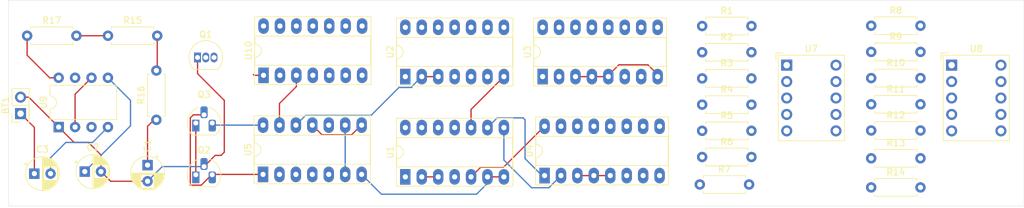
<source format=kicad_pcb>
(kicad_pcb (version 20240108) (generator "pcbnew") (generator_version "8.0")
  (layers (0 "F.Cu" signal) (31 "B.Cu" signal) (34 "B.Paste" user) (35 "F.Paste" user) (36 "B.SilkS" user "B.Silkscreen") (37 "F.SilkS" user "F.Silkscreen") (38 "B.Mask" user) (39 "F.Mask" user) (44 "Edge.Cuts" user))
  (net 0 "")
  (net 1 "Net-(C1-Pad1)")
  (net 2 "GND")
  (net 3 "Net-(U9-CV)")
  (net 4 "Net-(U9-R)")
  (net 5 "+5V")
  (net 6 "Net-(Q1-B)")
  (net 7 "Sensor Signal")
  (net 8 "Net-(Q2-G)")
  (net 9 "Net-(U4-a)")
  (net 10 "Net-(U7-A)")
  (net 11 "Net-(U7-B)")
  (net 12 "Net-(U4-b)")
  (net 13 "Net-(U7-C)")
  (net 14 "Net-(U4-c)")
  (net 15 "Net-(U7-D)")
  (net 16 "Net-(U4-d)")
  (net 17 "Net-(U4-e)")
  (net 18 "Net-(U7-E)")
  (net 19 "Net-(U4-f)")
  (net 20 "Net-(U7-F)")
  (net 21 "Net-(U4-g)")
  (net 22 "Net-(U7-G)")
  (net 23 "Net-(U8-A)")
  (net 24 "Net-(U3-a)")
  (net 25 "Net-(U3-b)")
  (net 26 "Net-(U8-B)")
  (net 27 "Net-(U8-C)")
  (net 28 "Net-(U3-c)")
  (net 29 "Net-(U3-d)")
  (net 30 "Net-(U8-D)")
  (net 31 "Net-(U8-E)")
  (net 32 "Net-(U3-e)")
  (net 33 "Net-(U8-F)")
  (net 34 "Net-(U3-f)")
  (net 35 "Net-(U8-G)")
  (net 36 "Net-(U3-g)")
  (net 37 "Net-(R15-Pad2)")
  (net 38 "Net-(R15-Pad1)")
  (net 39 "Net-(U1-R0(1))")
  (net 40 "Net-(U1-Q3)")
  (net 41 "Net-(U1-Q1)")
  (net 42 "Net-(U1-CP1..3)")
  (net 43 "Net-(U1-Q2)")
  (net 44 "Net-(U2-Q3)")
  (net 46 "Net-(U5-Pad4)")
  (net 47 "Net-(U5-Pad2)")
  (net 48 "Net-(U10-Pad2)")
  (net 49 "Net-(U5-Pad11)")
  (net 50 "Net-(U5-Pad6)")
  (net 51 "Net-(U10-Pad3)")
  (net 54 "Net-(U9-THR)")
  (net 56 "Net-(U2-CP1..3)")
  (net 57 "Net-(U2-Q2)")
  (net 58 "Net-(U2-Q1)")
  (footprint "Resistor_THT:R_Axial_DIN0207_L6.3mm_D2.5mm_P7.62mm_Horizontal" (layer "F.Cu") (at 91 102.5 90)
    (property "Reference" "R16" (at 3.81 -2.37 90) (layer "F.SilkS"))
    (property "Value" "8658")
    (pad "1" thru_hole circle (at 0 0 90) (size 1.6 1.6) (drill 0.8) (layers "*.Cu" "*.Mask") (net 1 "Net-(C1-Pad1)"))
    (pad "2" thru_hole oval (at 7.62 0 90) (size 1.6 1.6) (drill 0.8) (layers "*.Cu" "*.Mask") (net 37 "Net-(R15-Pad2)"))
  )
  (footprint "Resistor_THT:R_Axial_DIN0207_L6.3mm_D2.5mm_P7.62mm_Horizontal" (layer "F.Cu") (at 201.515 87.95)
    (property "Reference" "R8" (at 3.81 -2.37 0) (layer "F.SilkS"))
    (property "Value" "220")
    (pad "1" thru_hole circle (at 0 0) (size 1.6 1.6) (drill 0.8) (layers "*.Cu" "*.Mask") (net 23 "Net-(U8-A)"))
    (pad "2" thru_hole oval (at 7.62 0) (size 1.6 1.6) (drill 0.8) (layers "*.Cu" "*.Mask") (net 24 "Net-(U3-a)"))
  )
  (footprint "Resistor_THT:R_Axial_DIN0207_L6.3mm_D2.5mm_P7.62mm_Horizontal" (layer "F.Cu") (at 201.515 92)
    (property "Reference" "R9" (at 3.81 -2.37 0) (layer "F.SilkS"))
    (property "Value" "220")
    (pad "1" thru_hole circle (at 0 0) (size 1.6 1.6) (drill 0.8) (layers "*.Cu" "*.Mask") (net 25 "Net-(U3-b)"))
    (pad "2" thru_hole oval (at 7.62 0) (size 1.6 1.6) (drill 0.8) (layers "*.Cu" "*.Mask") (net 26 "Net-(U8-B)"))
  )
  (footprint "Package_DIP:DIP-14_W7.62mm_Socket_LongPads" (layer "F.Cu") (at 129.49 111.32 90)
    (property "Reference" "U1" (at 3.81 -2.33 90) (layer "F.SilkS"))
    (property "Value" "74LS90")
    (pad "1" thru_hole rect (at 0 0 90) (size 2.4 1.6) (drill 0.8) (layers "*.Cu" "*.Mask") (net 42 "Net-(U1-CP1..3)"))
    (pad "2" thru_hole oval (at 0 2.54 90) (size 2.4 1.6) (drill 0.8) (layers "*.Cu" "*.Mask") (net 39 "Net-(U1-R0(1))"))
    (pad "3" thru_hole oval (at 0 5.08 90) (size 2.4 1.6) (drill 0.8) (layers "*.Cu" "*.Mask") (net 39 "Net-(U1-R0(1))"))
    (pad "4" thru_hole oval (at 0 7.62 90) (size 2.4 1.6) (drill 0.8) (layers "*.Cu" "*.Mask"))
    (pad "5" thru_hole oval (at 0 10.16 90) (size 2.4 1.6) (drill 0.8) (layers "*.Cu" "*.Mask") (net 5 "+5V"))
    (pad "6" thru_hole oval (at 0 12.7 90) (size 2.4 1.6) (drill 0.8) (layers "*.Cu" "*.Mask") (net 2 "GND"))
    (pad "7" thru_hole oval (at 0 15.24 90) (size 2.4 1.6) (drill 0.8) (layers "*.Cu" "*.Mask") (net 2 "GND"))
    (pad "8" thru_hole oval (at 7.62 15.24 90) (size 2.4 1.6) (drill 0.8) (layers "*.Cu" "*.Mask") (net 43 "Net-(U1-Q2)"))
    (pad "9" thru_hole oval (at 7.62 12.7 90) (size 2.4 1.6) (drill 0.8) (layers "*.Cu" "*.Mask") (net 41 "Net-(U1-Q1)"))
    (pad "10" thru_hole oval (at 7.62 10.16 90) (size 2.4 1.6) (drill 0.8) (layers "*.Cu" "*.Mask") (net 2 "GND"))
    (pad "11" thru_hole oval (at 7.62 7.62 90) (size 2.4 1.6) (drill 0.8) (layers "*.Cu" "*.Mask") (net 40 "Net-(U1-Q3)"))
    (pad "12" thru_hole oval (at 7.62 5.08 90) (size 2.4 1.6) (drill 0.8) (layers "*.Cu" "*.Mask") (net 42 "Net-(U1-CP1..3)"))
    (pad "13" thru_hole oval (at 7.62 2.54 90) (size 2.4 1.6) (drill 0.8) (layers "*.Cu" "*.Mask"))
    (pad "14" thru_hole oval (at 7.62 0 90) (size 2.4 1.6) (drill 0.8) (layers "*.Cu" "*.Mask") (net 7 "Sensor Signal"))
  )
  (footprint "Capacitor_THT:CP_Radial_D5.0mm_P2.50mm" (layer "F.Cu") (at 72.135 110.82)
    (property "Reference" "C3" (at 1.25 -3.75 0) (layer "F.SilkS"))
    (property "Value" "10uF")
    (pad "1" thru_hole rect (at 0 0) (size 1.6 1.6) (drill 0.8) (layers "*.Cu" "*.Mask") (net 5 "+5V"))
    (pad "2" thru_hole circle (at 2.5 0) (size 1.6 1.6) (drill 0.8) (layers "*.Cu" "*.Mask") (net 4 "Net-(U9-R)"))
  )
  (footprint "Package_DIP:DIP-14_W7.62mm_Socket_LongPads" (layer "F.Cu") (at 107.49 110.94 90)
    (property "Reference" "U5" (at 3.81 -2.33 90) (layer "F.SilkS"))
    (property "Value" "74HC04")
    (pad "1" thru_hole rect (at 0 0 90) (size 2.4 1.6) (drill 0.8) (layers "*.Cu" "*.Mask") (net 6 "Net-(Q1-B)"))
    (pad "2" thru_hole oval (at 0 2.54 90) (size 2.4 1.6) (drill 0.8) (layers "*.Cu" "*.Mask") (net 47 "Net-(U5-Pad2)"))
    (pad "3" thru_hole oval (at 0 5.08 90) (size 2.4 1.6) (drill 0.8) (layers "*.Cu" "*.Mask") (net 47 "Net-(U5-Pad2)"))
    (pad "4" thru_hole oval (at 0 7.62 90) (size 2.4 1.6) (drill 0.8) (layers "*.Cu" "*.Mask") (net 46 "Net-(U5-Pad4)"))
    (pad "5" thru_hole oval (at 0 10.16 90) (size 2.4 1.6) (drill 0.8) (layers "*.Cu" "*.Mask") (net 46 "Net-(U5-Pad4)"))
    (pad "6" thru_hole oval (at 0 12.7 90) (size 2.4 1.6) (drill 0.8) (layers "*.Cu" "*.Mask") (net 50 "Net-(U5-Pad6)"))
    (pad "7" thru_hole oval (at 0 15.24 90) (size 2.4 1.6) (drill 0.8) (layers "*.Cu" "*.Mask") (net 2 "GND"))
    (pad "8" thru_hole oval (at 7.62 15.24 90) (size 2.4 1.6) (drill 0.8) (layers "*.Cu" "*.Mask") (net 49 "Net-(U5-Pad11)"))
    (pad "9" thru_hole oval (at 7.62 12.7 90) (size 2.4 1.6) (drill 0.8) (layers "*.Cu" "*.Mask") (net 50 "Net-(U5-Pad6)"))
    (pad "10" thru_hole oval (at 7.62 10.16 90) (size 2.4 1.6) (drill 0.8) (layers "*.Cu" "*.Mask") (net 48 "Net-(U10-Pad2)"))
    (pad "11" thru_hole oval (at 7.62 7.62 90) (size 2.4 1.6) (drill 0.8) (layers "*.Cu" "*.Mask") (net 49 "Net-(U5-Pad11)"))
    (pad "12" thru_hole oval (at 7.62 5.08 90) (size 2.4 1.6) (drill 0.8) (layers "*.Cu" "*.Mask") (net 39 "Net-(U1-R0(1))"))
    (pad "13" thru_hole oval (at 7.62 2.54 90) (size 2.4 1.6) (drill 0.8) (layers "*.Cu" "*.Mask") (net 51 "Net-(U10-Pad3)"))
    (pad "14" thru_hole oval (at 7.62 0 90) (size 2.4 1.6) (drill 0.8) (layers "*.Cu" "*.Mask") (net 5 "+5V"))
  )
  (footprint "Resistor_THT:R_Axial_DIN0207_L6.3mm_D2.5mm_P7.62mm_Horizontal" (layer "F.Cu") (at 83.515 89.5)
    (property "Reference" "R15" (at 3.81 -2.37 0) (layer "F.SilkS"))
    (property "Value" "1k")
    (pad "1" thru_hole circle (at 0 0) (size 1.6 1.6) (drill 0.8) (layers "*.Cu" "*.Mask") (net 38 "Net-(R15-Pad1)"))
    (pad "2" thru_hole oval (at 7.62 0) (size 1.6 1.6) (drill 0.8) (layers "*.Cu" "*.Mask") (net 37 "Net-(R15-Pad2)"))
  )
  (footprint "Resistor_THT:R_Axial_DIN0207_L6.3mm_D2.5mm_P7.62mm_Horizontal" (layer "F.Cu") (at 175.38 100.15)
    (property "Reference" "R4" (at 3.81 -2.37 0) (layer "F.SilkS"))
    (property "Value" "220")
    (pad "1" thru_hole circle (at 0 0) (size 1.6 1.6) (drill 0.8) (layers "*.Cu" "*.Mask") (net 16 "Net-(U4-d)"))
    (pad "2" thru_hole oval (at 7.62 0) (size 1.6 1.6) (drill 0.8) (layers "*.Cu" "*.Mask") (net 15 "Net-(U7-D)"))
  )
  (footprint "Package_DIP:DIP-14_W7.62mm_Socket_LongPads" (layer "F.Cu") (at 107.565 95.62 90)
    (property "Reference" "U10" (at 3.81 -2.33 90) (layer "F.SilkS"))
    (property "Value" "74HC00")
    (pad "1" thru_hole rect (at 0 0 90) (size 2.4 1.6) (drill 0.8) (layers "*.Cu" "*.Mask") (net 6 "Net-(Q1-B)"))
    (pad "2" thru_hole oval (at 0 2.54 90) (size 2.4 1.6) (drill 0.8) (layers "*.Cu" "*.Mask") (net 48 "Net-(U10-Pad2)"))
    (pad "3" thru_hole oval (at 0 5.08 90) (size 2.4 1.6) (drill 0.8) (layers "*.Cu" "*.Mask") (net 51 "Net-(U10-Pad3)"))
    (pad "4" thru_hole oval (at 0 7.62 90) (size 2.4 1.6) (drill 0.8) (layers "*.Cu" "*.Mask"))
    (pad "5" thru_hole oval (at 0 10.16 90) (size 2.4 1.6) (drill 0.8) (layers "*.Cu" "*.Mask"))
    (pad "6" thru_hole oval (at 0 12.7 90) (size 2.4 1.6) (drill 0.8) (layers "*.Cu" "*.Mask"))
    (pad "7" thru_hole oval (at 0 15.24 90) (size 2.4 1.6) (drill 0.8) (layers "*.Cu" "*.Mask") (net 2 "GND"))
    (pad "8" thru_hole oval (at 7.62 15.24 90) (size 2.4 1.6) (drill 0.8) (layers "*.Cu" "*.Mask"))
    (pad "9" thru_hole oval (at 7.62 12.7 90) (size 2.4 1.6) (drill 0.8) (layers "*.Cu" "*.Mask"))
    (pad "10" thru_hole oval (at 7.62 10.16 90) (size 2.4 1.6) (drill 0.8) (layers "*.Cu" "*.Mask"))
    (pad "11" thru_hole oval (at 7.62 7.62 90) (size 2.4 1.6) (drill 0.8) (layers "*.Cu" "*.Mask"))
    (pad "12" thru_hole oval (at 7.62 5.08 90) (size 2.4 1.6) (drill 0.8) (layers "*.Cu" "*.Mask"))
    (pad "13" thru_hole oval (at 7.62 2.54 90) (size 2.4 1.6) (drill 0.8) (layers "*.Cu" "*.Mask"))
    (pad "14" thru_hole oval (at 7.62 0 90) (size 2.4 1.6) (drill 0.8) (layers "*.Cu" "*.Mask") (net 5 "+5V"))
  )
  (footprint "Display_7Segment:Sx39-1xxxxx" (layer "F.Cu") (at 213.9525 94.0475)
    (property "Reference" "U8" (at 3.81 -2.54 0) (layer "F.SilkS"))
    (property "Value" "SC39-11EWA")
    (pad "1" thru_hole rect (at 0 0) (size 1.7 1.7) (drill 1) (layers "*.Cu" "*.Mask") (net 35 "Net-(U8-G)"))
    (pad "2" thru_hole circle (at 0 2.54) (size 1.7 1.7) (drill 1) (layers "*.Cu" "*.Mask") (net 33 "Net-(U8-F)"))
    (pad "3" thru_hole circle (at 0 5.08) (size 1.7 1.7) (drill 1) (layers "*.Cu" "*.Mask") (net 2 "GND"))
    (pad "4" thru_hole circle (at 0 7.62) (size 1.7 1.7) (drill 1) (layers "*.Cu" "*.Mask") (net 31 "Net-(U8-E)"))
    (pad "5" thru_hole circle (at 0 10.16) (size 1.7 1.7) (drill 1) (layers "*.Cu" "*.Mask") (net 30 "Net-(U8-D)"))
    (pad "6" thru_hole circle (at 7.62 10.16) (size 1.7 1.7) (drill 1) (layers "*.Cu" "*.Mask"))
    (pad "7" thru_hole circle (at 7.62 7.62) (size 1.7 1.7) (drill 1) (layers "*.Cu" "*.Mask") (net 27 "Net-(U8-C)"))
    (pad "8" thru_hole circle (at 7.62 5.08) (size 1.7 1.7) (drill 1) (layers "*.Cu" "*.Mask") (net 2 "GND"))
    (pad "9" thru_hole circle (at 7.62 2.54) (size 1.7 1.7) (drill 1) (layers "*.Cu" "*.Mask") (net 26 "Net-(U8-B)"))
    (pad "10" thru_hole circle (at 7.62 0) (size 1.7 1.7) (drill 1) (layers "*.Cu" "*.Mask") (net 23 "Net-(U8-A)"))
  )
  (footprint "Resistor_THT:R_Axial_DIN0207_L6.3mm_D2.5mm_P7.62mm_Horizontal" (layer "F.Cu") (at 201.515 100.1)
    (property "Reference" "R11" (at 3.81 -2.37 0) (layer "F.SilkS"))
    (property "Value" "220")
    (pad "1" thru_hole circle (at 0 0) (size 1.6 1.6) (drill 0.8) (layers "*.Cu" "*.Mask") (net 29 "Net-(U3-d)"))
    (pad "2" thru_hole oval (at 7.62 0) (size 1.6 1.6) (drill 0.8) (layers "*.Cu" "*.Mask") (net 30 "Net-(U8-D)"))
  )
  (footprint "Package_DIP:DIP-16_W7.62mm_Socket_LongPads" (layer "F.Cu") (at 151.015 111.12 90)
    (property "Reference" "U4" (at 3.81 -2.33 90) (layer "F.SilkS"))
    (property "Value" "74LS48")
    (pad "1" thru_hole rect (at 0 0 90) (size 2.4 1.6) (drill 0.8) (layers "*.Cu" "*.Mask") (net 41 "Net-(U1-Q1)"))
    (pad "2" thru_hole oval (at 0 2.54 90) (size 2.4 1.6) (drill 0.8) (layers "*.Cu" "*.Mask") (net 43 "Net-(U1-Q2)"))
    (pad "3" thru_hole oval (at 0 5.08 90) (size 2.4 1.6) (drill 0.8) (layers "*.Cu" "*.Mask") (net 2 "GND"))
    (pad "4" thru_hole oval (at 0 7.62 90) (size 2.4 1.6) (drill 0.8) (layers "*.Cu" "*.Mask") (net 2 "GND"))
    (pad "5" thru_hole oval (at 0 10.16 90) (size 2.4 1.6) (drill 0.8) (layers "*.Cu" "*.Mask") (net 2 "GND"))
    (pad "6" thru_hole oval (at 0 12.7 90) (size 2.4 1.6) (drill 0.8) (layers "*.Cu" "*.Mask") (net 40 "Net-(U1-Q3)"))
    (pad "7" thru_hole oval (at 0 15.24 90) (size 2.4 1.6) (drill 0.8) (layers "*.Cu" "*.Mask") (net 42 "Net-(U1-CP1..3)"))
    (pad "8" thru_hole oval (at 0 17.78 90) (size 2.4 1.6) (drill 0.8) (layers "*.Cu" "*.Mask") (net 2 "GND"))
    (pad "9" thru_hole oval (at 7.62 17.78 90) (size 2.4 1.6) (drill 0.8) (layers "*.Cu" "*.Mask") (net 17 "Net-(U4-e)"))
    (pad "10" thru_hole oval (at 7.62 15.24 90) (size 2.4 1.6) (drill 0.8) (layers "*.Cu" "*.Mask") (net 16 "Net-(U4-d)"))
    (pad "11" thru_hole oval (at 7.62 12.7 90) (size 2.4 1.6) (drill 0.8) (layers "*.Cu" "*.Mask") (net 14 "Net-(U4-c)"))
    (pad "12" thru_hole oval (at 7.62 10.16 90) (size 2.4 1.6) (drill 0.8) (layers "*.Cu" "*.Mask") (net 12 "Net-(U4-b)"))
    (pad "13" thru_hole oval (at 7.62 7.62 90) (size 2.4 1.6) (drill 0.8) (layers "*.Cu" "*.Mask") (net 9 "Net-(U4-a)"))
    (pad "14" thru_hole oval (at 7.62 5.08 90) (size 2.4 1.6) (drill 0.8) (layers "*.Cu" "*.Mask") (net 21 "Net-(U4-g)"))
    (pad "15" thru_hole oval (at 7.62 2.54 90) (size 2.4 1.6) (drill 0.8) (layers "*.Cu" "*.Mask") (net 19 "Net-(U4-f)"))
    (pad "16" thru_hole oval (at 7.62 0 90) (size 2.4 1.6) (drill 0.8) (layers "*.Cu" "*.Mask") (net 5 "+5V"))
  )
  (footprint "Package_DIP:DIP-16_W7.62mm_Socket_LongPads" (layer "F.Cu") (at 150.715 95.82 90)
    (property "Reference" "U3" (at 3.81 -2.33 90) (layer "F.SilkS"))
    (property "Value" "74LS48")
    (pad "1" thru_hole rect (at 0 0 90) (size 2.4 1.6) (drill 0.8) (layers "*.Cu" "*.Mask") (net 58 "Net-(U2-Q1)"))
    (pad "2" thru_hole oval (at 0 2.54 90) (size 2.4 1.6) (drill 0.8) (layers "*.Cu" "*.Mask") (net 57 "Net-(U2-Q2)"))
    (pad "3" thru_hole oval (at 0 5.08 90) (size 2.4 1.6) (drill 0.8) (layers "*.Cu" "*.Mask") (net 2 "GND"))
    (pad "4" thru_hole oval (at 0 7.62 90) (size 2.4 1.6) (drill 0.8) (layers "*.Cu" "*.Mask") (net 2 "GND"))
    (pad "5" thru_hole oval (at 0 10.16 90) (size 2.4 1.6) (drill 0.8) (layers "*.Cu" "*.Mask") (net 2 "GND"))
    (pad "6" thru_hole oval (at 0 12.7 90) (size 2.4 1.6) (drill 0.8) (layers "*.Cu" "*.Mask") (net 44 "Net-(U2-Q3)"))
    (pad "7" thru_hole oval (at 0 15.24 90) (size 2.4 1.6) (drill 0.8) (layers "*.Cu" "*.Mask") (net 56 "Net-(U2-CP1..3)"))
    (pad "8" thru_hole oval (at 0 17.78 90) (size 2.4 1.6) (drill 0.8) (layers "*.Cu" "*.Mask") (net 2 "GND"))
    (pad "9" thru_hole oval (at 7.62 17.78 90) (size 2.4 1.6) (drill 0.8) (layers "*.Cu" "*.Mask") (net 32 "Net-(U3-e)"))
    (pad "10" thru_hole oval (at 7.62 15.24 90) (size 2.4 1.6) (drill 0.8) (layers "*.Cu" "*.Mask") (net 29 "Net-(U3-d)"))
    (pad "11" thru_hole oval (at 7.62 12.7 90) (size 2.4 1.6) (drill 0.8) (layers "*.Cu" "*.Mask") (net 28 "Net-(U3-c)"))
    (pad "12" thru_hole oval (at 7.62 10.16 90) (size 2.4 1.6) (drill 0.8) (layers "*.Cu" "*.Mask") (net 25 "Net-(U3-b)"))
    (pad "13" thru_hole oval (at 7.62 7.62 90) (size 2.4 1.6) (drill 0.8) (layers "*.Cu" "*.Mask") (net 24 "Net-(U3-a)"))
    (pad "14" thru_hole oval (at 7.62 5.08 90) (size 2.4 1.6) (drill 0.8) (layers "*.Cu" "*.Mask") (net 36 "Net-(U3-g)"))
    (pad "15" thru_hole oval (at 7.62 2.54 90) (size 2.4 1.6) (drill 0.8) (layers "*.Cu" "*.Mask") (net 34 "Net-(U3-f)"))
    (pad "16" thru_hole oval (at 7.62 0 90) (size 2.4 1.6) (drill 0.8) (layers "*.Cu" "*.Mask") (net 5 "+5V"))
  )
  (footprint "Resistor_THT:R_Axial_DIN0207_L6.3mm_D2.5mm_P7.62mm_Horizontal" (layer "F.Cu") (at 175.38 92.05)
    (property "Reference" "R2" (at 3.81 -2.37 0) (layer "F.SilkS"))
    (property "Value" "220")
    (pad "1" thru_hole circle (at 0 0) (size 1.6 1.6) (drill 0.8) (layers "*.Cu" "*.Mask") (net 12 "Net-(U4-b)"))
    (pad "2" thru_hole oval (at 7.62 0) (size 1.6 1.6) (drill 0.8) (layers "*.Cu" "*.Mask") (net 11 "Net-(U7-B)"))
  )
  (footprint "Resistor_THT:R_Axial_DIN0207_L6.3mm_D2.5mm_P7.62mm_Horizontal" (layer "F.Cu") (at 175.38 108.25)
    (property "Reference" "R6" (at 3.81 -2.37 0) (layer "F.SilkS"))
    (property "Value" "220")
    (pad "1" thru_hole circle (at 0 0) (size 1.6 1.6) (drill 0.8) (layers "*.Cu" "*.Mask") (net 19 "Net-(U4-f)"))
    (pad "2" thru_hole oval (at 7.62 0) (size 1.6 1.6) (drill 0.8) (layers "*.Cu" "*.Mask") (net 20 "Net-(U7-F)"))
  )
  (footprint "Resistor_THT:R_Axial_DIN0207_L6.3mm_D2.5mm_P7.62mm_Horizontal" (layer "F.Cu") (at 201.515 96.05)
    (property "Reference" "R10" (at 3.81 -2.37 0) (layer "F.SilkS"))
    (property "Value" "220")
    (pad "1" thru_hole circle (at 0 0) (size 1.6 1.6) (drill 0.8) (layers "*.Cu" "*.Mask") (net 28 "Net-(U3-c)"))
    (pad "2" thru_hole oval (at 7.62 0) (size 1.6 1.6) (drill 0.8) (layers "*.Cu" "*.Mask") (net 27 "Net-(U8-C)"))
  )
  (footprint "Package_DIP:DIP-8_W7.62mm" (layer "F.Cu") (at 75.89 103.62 90)
    (property "Reference" "U9" (at 3.81 -2.33 90) (layer "F.SilkS"))
    (property "Value" "LM555xN")
    (pad "1" thru_hole rect (at 0 0 90) (size 1.6 1.6) (drill 0.8) (layers "*.Cu" "*.Mask") (net 2 "GND"))
    (pad "2" thru_hole oval (at 0 2.54 90) (size 1.6 1.6) (drill 0.8) (layers "*.Cu" "*.Mask") (net 54 "Net-(U9-THR)"))
    (pad "3" thru_hole oval (at 0 5.08 90) (size 1.6 1.6) (drill 0.8) (layers "*.Cu" "*.Mask") (net 8 "Net-(Q2-G)"))
    (pad "4" thru_hole oval (at 0 7.62 90) (size 1.6 1.6) (drill 0.8) (layers "*.Cu" "*.Mask") (net 4 "Net-(U9-R)"))
    (pad "5" thru_hole oval (at 7.62 7.62 90) (size 1.6 1.6) (drill 0.8) (layers "*.Cu" "*.Mask") (net 3 "Net-(U9-CV)"))
    (pad "6" thru_hole oval (at 7.62 5.08 90) (size 1.6 1.6) (drill 0.8) (layers "*.Cu" "*.Mask") (net 54 "Net-(U9-THR)"))
    (pad "7" thru_hole oval (at 7.62 2.54 90) (size 1.6 1.6) (drill 0.8) (layers "*.Cu" "*.Mask"))
    (pad "8" thru_hole oval (at 7.62 0 90) (size 1.6 1.6) (drill 0.8) (layers "*.Cu" "*.Mask") (net 5 "+5V"))
  )
  (footprint "Resistor_THT:R_Axial_DIN0207_L6.3mm_D2.5mm_P7.62mm_Horizontal" (layer "F.Cu") (at 201.515 108.45)
    (property "Reference" "R13" (at 3.81 -2.37 0) (layer "F.SilkS"))
    (property "Value" "220")
    (pad "1" thru_hole circle (at 0 0) (size 1.6 1.6) (drill 0.8) (layers "*.Cu" "*.Mask") (net 34 "Net-(U3-f)"))
    (pad "2" thru_hole oval (at 7.62 0) (size 1.6 1.6) (drill 0.8) (layers "*.Cu" "*.Mask") (net 33 "Net-(U8-F)"))
  )
  (footprint "Package_TO_SOT_THT:TO-92_Inline" (layer "F.Cu") (at 97.365 92.86)
    (property "Reference" "Q1" (at 1.27 -3.56 0) (layer "F.SilkS"))
    (property "Value" "PN2222A")
    (pad "1" thru_hole rect (at 0 0) (size 1.05 1.5) (drill 0.75) (layers "*.Cu" "*.Mask") (net 2 "GND"))
    (pad "2" thru_hole oval (at 1.27 0) (size 1.05 1.5) (drill 0.75) (layers "*.Cu" "*.Mask") (net 6 "Net-(Q1-B)"))
    (pad "3" thru_hole oval (at 2.54 0) (size 1.05 1.5) (drill 0.75) (layers "*.Cu" "*.Mask") (net 7 "Sensor Signal"))
  )
  (footprint "Resistor_THT:R_Axial_DIN0207_L6.3mm_D2.5mm_P7.62mm_Horizontal" (layer "F.Cu") (at 175.38 88)
    (property "Reference" "R1" (at 3.81 -2.37 0) (layer "F.SilkS"))
    (property "Value" "220")
    (pad "1" thru_hole circle (at 0 0) (size 1.6 1.6) (drill 0.8) (layers "*.Cu" "*.Mask") (net 10 "Net-(U7-A)"))
    (pad "2" thru_hole oval (at 7.62 0) (size 1.6 1.6) (drill 0.8) (layers "*.Cu" "*.Mask") (net 9 "Net-(U4-a)"))
  )
  (footprint "Resistor_THT:R_Axial_DIN0207_L6.3mm_D2.5mm_P7.62mm_Horizontal" (layer "F.Cu") (at 71.015 89.5)
    (property "Reference" "R17" (at 3.81 -2.37 0) (layer "F.SilkS"))
    (property "Value" "5.1k")
    (pad "1" thru_hole circle (at 0 0) (size 1.6 1.6) (drill 0.8) (layers "*.Cu" "*.Mask") (net 5 "+5V"))
    (pad "2" thru_hole oval (at 7.62 0) (size 1.6 1.6) (drill 0.8) (layers "*.Cu" "*.Mask") (net 38 "Net-(R15-Pad1)"))
  )
  (footprint "Display_7Segment:Sx39-1xxxxx" (layer "F.Cu") (at 188.4525 94.0475)
    (property "Reference" "U7" (at 3.81 -2.54 0) (layer "F.SilkS"))
    (property "Value" "SC39-11EWA")
    (pad "1" thru_hole rect (at 0 0) (size 1.7 1.7) (drill 1) (layers "*.Cu" "*.Mask") (net 22 "Net-(U7-G)"))
    (pad "2" thru_hole circle (at 0 2.54) (size 1.7 1.7) (drill 1) (layers "*.Cu" "*.Mask") (net 20 "Net-(U7-F)"))
    (pad "3" thru_hole circle (at 0 5.08) (size 1.7 1.7) (drill 1) (layers "*.Cu" "*.Mask") (net 2 "GND"))
    (pad "4" thru_hole circle (at 0 7.62) (size 1.7 1.7) (drill 1) (layers "*.Cu" "*.Mask") (net 18 "Net-(U7-E)"))
    (pad "5" thru_hole circle (at 0 10.16) (size 1.7 1.7) (drill 1) (layers "*.Cu" "*.Mask") (net 15 "Net-(U7-D)"))
    (pad "6" thru_hole circle (at 7.62 10.16) (size 1.7 1.7) (drill 1) (layers "*.Cu" "*.Mask"))
    (pad "7" thru_hole circle (at 7.62 7.62) (size 1.7 1.7) (drill 1) (layers "*.Cu" "*.Mask") (net 13 "Net-(U7-C)"))
    (pad "8" thru_hole circle (at 7.62 5.08) (size 1.7 1.7) (drill 1) (layers "*.Cu" "*.Mask") (net 2 "GND"))
    (pad "9" thru_hole circle (at 7.62 2.54) (size 1.7 1.7) (drill 1) (layers "*.Cu" "*.Mask") (net 11 "Net-(U7-B)"))
    (pad "10" thru_hole circle (at 7.62 0) (size 1.7 1.7) (drill 1) (layers "*.Cu" "*.Mask") (net 10 "Net-(U7-A)"))
  )
  (footprint "Capacitor_THT:CP_Radial_D5.0mm_P2.50mm" (layer "F.Cu") (at 89.635 109.5 -90)
    (property "Reference" "C1" (at -3 0 90) (layer "F.SilkS"))
    (property "Value" "100uf")
    (pad "1" thru_hole rect (at 0 0 270) (size 1.6 1.6) (drill 0.8) (layers "*.Cu" "*.Mask") (net 1 "Net-(C1-Pad1)"))
    (pad "2" thru_hole circle (at 2.5 0 270) (size 1.6 1.6) (drill 0.8) (layers "*.Cu" "*.Mask") (net 2 "GND"))
  )
  (footprint "Connector_PinHeader_2.54mm:PinHeader_2x01_P2.54mm_Vertical" (layer "F.Cu") (at 70 101.54 90)
    (property "Reference" "BT1" (at 1.27 -2.33 90) (layer "F.SilkS"))
    (property "Value" "5V")
    (pad "1" thru_hole rect (at 0 0 90) (size 1.7 1.7) (drill 1) (layers "*.Cu" "*.Mask") (net 5 "+5V"))
    (pad "2" thru_hole oval (at 2.54 0 90) (size 1.7 1.7) (drill 1) (layers "*.Cu" "*.Mask") (net 2 "GND"))
  )
  (footprint "Resistor_THT:R_Axial_DIN0207_L6.3mm_D2.5mm_P7.62mm_Horizontal" (layer "F.Cu") (at 201.515 112.95)
    (property "Reference" "R14" (at 3.81 -2.37 0) (layer "F.SilkS"))
    (property "Value" "220")
    (pad "1" thru_hole circle (at 0 0) (size 1.6 1.6) (drill 0.8) (layers "*.Cu" "*.Mask") (net 36 "Net-(U3-g)"))
    (pad "2" thru_hole oval (at 7.62 0) (size 1.6 1.6) (drill 0.8) (layers "*.Cu" "*.Mask") (net 35 "Net-(U8-G)"))
  )
  (footprint "Resistor_THT:R_Axial_DIN0207_L6.3mm_D2.5mm_P7.62mm_Horizontal" (layer "F.Cu") (at 175.38 104.2)
    (property "Reference" "R5" (at 3.81 -2.37 0) (layer "F.SilkS"))
    (property "Value" "220")
    (pad "1" thru_hole circle (at 0 0) (size 1.6 1.6) (drill 0.8) (layers "*.Cu" "*.Mask") (net 17 "Net-(U4-e)"))
    (pad "2" thru_hole oval (at 7.62 0) (size 1.6 1.6) (drill 0.8) (layers "*.Cu" "*.Mask") (net 18 "Net-(U7-E)"))
  )
  (footprint "Capacitor_THT:CP_Radial_D5.0mm_P2.50mm" (layer "F.Cu") (at 79.929888 110.5)
    (property "Reference" "C2" (at 1.25 -3.75 0) (layer "F.SilkS"))
    (property "Value" "10nF")
    (pad "1" thru_hole rect (at 0 0) (size 1.6 1.6) (drill 0.8) (layers "*.Cu" "*.Mask") (net 3 "Net-(U9-CV)"))
    (pad "2" thru_hole circle (at 2.5 0) (size 1.6 1.6) (drill 0.8) (layers "*.Cu" "*.Mask") (net 2 "GND"))
  )
  (footprint "Package_TO_SOT_THT:TO-92L_HandSolder" (layer "F.Cu") (at 97.095 111)
    (property "Reference" "Q2" (at 1.27 -3.8 0) (layer "F.SilkS"))
    (property "Value" "AO3400A")
    (pad "1" thru_hole rect (at 0 0) (size 1.1 1.8) (drill 0.75 (offset 0 0.4)) (layers "*.Cu" "*.Mask") (net 8 "Net-(Q2-G)"))
    (pad "2" thru_hole roundrect (at 1.27 -1.27) (size 1.1 1.8) (drill 0.75 (offset 0 -0.4)) (layers "*.Cu" "*.Mask") (net 2 "GND"))
    (pad "3" thru_hole roundrect (at 2.54 0) (size 1.1 1.8) (drill 0.75 (offset 0 0.4)) (layers "*.Cu" "*.Mask") (net 6 "Net-(Q1-B)"))
  )
  (footprint "Resistor_THT:R_Axial_DIN0207_L6.3mm_D2.5mm_P7.62mm_Horizontal" (layer "F.Cu") (at 175.015 112.5)
    (property "Reference" "R7" (at 3.81 -2.37 0) (layer "F.SilkS"))
    (property "Value" "220")
    (pad "1" thru_hole circle (at 0 0) (size 1.6 1.6) (drill 0.8) (layers "*.Cu" "*.Mask") (net 21 "Net-(U4-g)"))
    (pad "2" thru_hole oval (at 7.62 0) (size 1.6 1.6) (drill 0.8) (layers "*.Cu" "*.Mask") (net 22 "Net-(U7-G)"))
  )
  (footprint "Resistor_THT:R_Axial_DIN0207_L6.3mm_D2.5mm_P7.62mm_Horizontal" (layer "F.Cu") (at 201.515 104.15)
    (property "Reference" "R12" (at 3.81 -2.37 0) (layer "F.SilkS"))
    (property "Value" "220")
    (pad "1" thru_hole circle (at 0 0) (size 1.6 1.6) (drill 0.8) (layers "*.Cu" "*.Mask") (net 32 "Net-(U3-e)"))
    (pad "2" thru_hole oval (at 7.62 0) (size 1.6 1.6) (drill 0.8) (layers "*.Cu" "*.Mask") (net 31 "Net-(U8-E)"))
  )
  (footprint "Resistor_THT:R_Axial_DIN0207_L6.3mm_D2.5mm_P7.62mm_Horizontal" (layer "F.Cu") (at 175.38 96.1)
    (property "Reference" "R3" (at 3.81 -2.37 0) (layer "F.SilkS"))
    (property "Value" "220")
    (pad "1" thru_hole circle (at 0 0) (size 1.6 1.6) (drill 0.8) (layers "*.Cu" "*.Mask") (net 14 "Net-(U4-c)"))
    (pad "2" thru_hole oval (at 7.62 0) (size 1.6 1.6) (drill 0.8) (layers "*.Cu" "*.Mask") (net 13 "Net-(U7-C)"))
  )
  (footprint "Package_TO_SOT_THT:TO-92_HandSolder" (layer "F.Cu") (at 97.095 103)
    (property "Reference" "Q3" (at 1.27 -4.4 0) (layer "F.SilkS"))
    (property "Value" "AO3401A")
    (pad "1" thru_hole rect (at 0 0) (size 1.1 1.8) (drill 0.75 (offset 0 0.4)) (layers "*.Cu" "*.Mask") (net 8 "Net-(Q2-G)"))
    (pad "2" thru_hole roundrect (at 1.27 -1.27) (size 1.1 1.8) (drill 0.75 (offset 0 -0.4)) (layers "*.Cu" "*.Mask") (net 6 "Net-(Q1-B)"))
    (pad "3" thru_hole roundrect (at 2.54 0) (size 1.1 1.8) (drill 0.75 (offset 0 0.4)) (layers "*.Cu" "*.Mask") (net 5 "+5V"))
  )
  (footprint "Package_DIP:DIP-14_W7.62mm_Socket_LongPads" (layer "F.Cu") (at 129.49 95.82 90)
    (property "Reference" "U2" (at 3.81 -2.33 90) (layer "F.SilkS"))
    (property "Value" "74LS90")
    (pad "1" thru_hole rect (at 0 0 90) (size 2.4 1.6) (drill 0.8) (layers "*.Cu" "*.Mask") (net 56 "Net-(U2-CP1..3)"))
    (pad "2" thru_hole oval (at 0 2.54 90) (size 2.4 1.6) (drill 0.8) (layers "*.Cu" "*.Mask") (net 39 "Net-(U1-R0(1))"))
    (pad "3" thru_hole oval (at 0 5.08 90) (size 2.4 1.6) (drill 0.8) (layers "*.Cu" "*.Mask") (net 39 "Net-(U1-R0(1))"))
    (pad "4" thru_hole oval (at 0 7.62 90) (size 2.4 1.6) (drill 0.8) (layers "*.Cu" "*.Mask"))
    (pad "5" thru_hole oval (at 0 10.16 90) (size 2.4 1.6) (drill 0.8) (layers "*.Cu" "*.Mask") (net 5 "+5V"))
    (pad "6" thru_hole oval (at 0 12.7 90) (size 2.4 1.6) (drill 0.8) (layers "*.Cu" "*.Mask"))
    (pad "7" thru_hole oval (at 0 15.24 90) (size 2.4 1.6) (drill 0.8) (layers "*.Cu" "*.Mask") (net 2 "GND"))
    (pad "8" thru_hole oval (at 7.62 15.24 90) (size 2.4 1.6) (drill 0.8) (layers "*.Cu" "*.Mask") (net 57 "Net-(U2-Q2)"))
    (pad "9" thru_hole oval (at 7.62 12.7 90) (size 2.4 1.6) (drill 0.8) (layers "*.Cu" "*.Mask") (net 58 "Net-(U2-Q1)"))
    (pad "10" thru_hole oval (at 7.62 10.16 90) (size 2.4 1.6) (drill 0.8) (layers "*.Cu" "*.Mask") (net 2 "GND"))
    (pad "11" thru_hole oval (at 7.62 7.62 90) (size 2.4 1.6) (drill 0.8) (layers "*.Cu" "*.Mask") (net 44 "Net-(U2-Q3)"))
    (pad "12" thru_hole oval (at 7.62 5.08 90) (size 2.4 1.6) (drill 0.8) (layers "*.Cu" "*.Mask") (net 56 "Net-(U2-CP1..3)"))
    (pad "13" thru_hole oval (at 7.62 2.54 90) (size 2.4 1.6) (drill 0.8) (layers "*.Cu" "*.Mask"))
    (pad "14" thru_hole oval (at 7.62 0 90) (size 2.4 1.6) (drill 0.8) (layers "*.Cu" "*.Mask") (net 40 "Net-(U1-Q3)"))
  )
  (gr_rect (start 68.135 84) (end 225.135 115.82) (stroke (width 0.05)) (fill none) (layer "Edge.Cuts"))
  (segment (start 89.635 103.5) (end 90.635 102.5) (width 0.2) (layer "F.Cu") (net 1))
  (segment (start 89.635 109.5) (end 89.635 103.5) (width 0.2) (layer "F.Cu") (net 1))
  (segment (start 78.27 106) (end 75.89 103.62) (width 0.2) (layer "F.Cu") (net 2))
  (segment (start 160.875 95.82) (end 160.875 95.625) (width 0.2) (layer "F.Cu") (net 2))
  (segment (start 82.429888 110.5) (end 82.429888 107.929888) (width 0.2) (layer "F.Cu") (net 2))
  (segment (start 160.875 95.82) (end 158.335 95.82) (width 0.2) (layer "F.Cu") (net 2))
  (segment (start 101.5 99.5) (end 101.5 107.5) (width 0.2) (layer "F.Cu") (net 2))
  (segment (start 168.495 95.495) (end 168.495 95.82) (width 0.2) (layer "F.Cu") (net 2))
  (segment (start 97.365 92.86) (end 97.365 95.365) (width 0.2) (layer "F.Cu") (net 2))
  (segment (start 70 99) (end 71.27 99) (width 0.2) (layer "F.Cu") (net 2))
  (segment (start 144.73 111.32) (end 142.19 111.32) (width 0.2) (layer "F.Cu") (net 2))
  (segment (start 101 108) (end 100.095 108) (width 0.2) (layer "F.Cu") (net 2))
  (segment (start 139.65 100.9) (end 144.73 95.82) (width 0.2) (layer "F.Cu") (net 2))
  (segment (start 155.795 95.82) (end 158.335 95.82) (width 0.2) (layer "F.Cu") (net 2))
  (segment (start 83.929888 112) (end 82.429888 110.5) (width 0.2) (layer "F.Cu") (net 2))
  (segment (start 156.095 111.12) (end 158.635 111.12) (width 0.2) (layer "F.Cu") (net 2))
  (segment (start 89.635 112) (end 83.929888 112) (width 0.2) (layer "F.Cu") (net 2))
  (segment (start 101.5 107.5) (end 101 108) (width 0.2) (layer "F.Cu") (net 2))
  (segment (start 139.65 103.7) (end 139.65 100.9) (width 0.2) (layer "F.Cu") (net 2))
  (segment (start 80.5 106) (end 78.27 106) (width 0.2) (layer "F.Cu") (net 2))
  (segment (start 167 94) (end 168.495 95.495) (width 0.2) (layer "F.Cu") (net 2))
  (segment (start 162.5 94) (end 167 94) (width 0.2) (layer "F.Cu") (net 2))
  (segment (start 82.429888 107.929888) (end 80.5 106) (width 0.2) (layer "F.Cu") (net 2))
  (segment (start 100.095 108) (end 98.365 109.73) (width 0.2) (layer "F.Cu") (net 2))
  (segment (start 160.875 95.625) (end 162.5 94) (width 0.2) (layer "F.Cu") (net 2))
  (segment (start 161.175 111.12) (end 158.635 111.12) (width 0.2) (layer "F.Cu") (net 2))
  (segment (start 71.27 99) (end 75.89 103.62) (width 0.2) (layer "F.Cu") (net 2))
  (segment (start 97.365 95.365) (end 101.5 99.5) (width 0.2) (layer "F.Cu") (net 2))
  (segment (start 122.73 110.94) (end 125.79 114) (width 0.2) (layer "B.Cu") (net 2))
  (segment (start 91.905 109.73) (end 98.365 109.73) (width 0.2) (layer "B.Cu") (net 2))
  (segment (start 89.635 112) (end 91.905 109.73) (width 0.2) (layer "B.Cu") (net 2))
  (segment (start 125.79 114) (end 140.5 114) (width 0.2) (layer "B.Cu") (net 2))
  (segment (start 142.19 112.31) (end 142.19 111.32) (width 0.2) (layer "B.Cu") (net 2))
  (segment (start 140.5 114) (end 142.19 112.31) (width 0.2) (layer "B.Cu") (net 2))
  (segment (start 79.929888 110.5) (end 87 103.429888) (width 0.2) (layer "B.Cu") (net 3))
  (segment (start 87 103.429888) (end 87 99.49) (width 0.2) (layer "B.Cu") (net 3))
  (segment (start 87 99.49) (end 83.51 96) (width 0.2) (layer "B.Cu") (net 3))
  (segment (start 81.13 106) (end 83.51 103.62) (width 0.2) (layer "B.Cu") (net 4))
  (segment (start 77 106) (end 81.13 106) (width 0.2) (layer "B.Cu") (net 4))
  (segment (start 74.635 108.365) (end 77 106) (width 0.2) (layer "B.Cu") (net 4))
  (segment (start 74.635 110.82) (end 74.635 108.365) (width 0.2) (layer "B.Cu") (net 4))
  (segment (start 141.15 109.82) (end 144.68 109.82) (width 0.2) (layer "F.Cu") (net 5))
  (segment (start 144.68 109.82) (end 151 103.5) (width 0.2) (layer "F.Cu") (net 5))
  (segment (start 72.135 103.675) (end 70 101.54) (width 0.2) (layer "F.Cu") (net 5))
  (segment (start 71.015 89.5) (end 71.015 92.515) (width 0.2) (layer "F.Cu") (net 5))
  (segment (start 72.135 110.82) (end 72.135 103.675) (width 0.2) (layer "F.Cu") (net 5))
  (segment (start 139.65 111.32) (end 141.15 109.82) (width 0.2) (layer "F.Cu") (net 5))
  (segment (start 71.015 92.515) (end 74.5 96) (width 0.2) (layer "F.Cu") (net 5))
  (segment (start 74.5 96) (end 75.89 96) (width 0.2) (layer "F.Cu") (net 5))
  (segment (start 151 103.5) (end 151.015 103.5) (width 0.2) (layer "F.Cu") (net 5))
  (segment (start 107.49 103.32) (end 99.955 103.32) (width 0.2) (layer "B.Cu") (net 5))
  (segment (start 99.955 103.32) (end 99.635 103) (width 0.2) (layer "B.Cu") (net 5))
  (segment (start 106.12 95.62) (end 107.565 95.62) (width 0.2) (layer "F.Cu") (net 6))
  (segment (start 106 95.5) (end 106.12 95.62) (width 0.2) (layer "F.Cu") (net 6))
  (segment (start 97.945 112.6) (end 96.245 112.6) (width 0.2) (layer "F.Cu") (net 6))
  (segment (start 98.635 92.86) (end 98.635 92.635) (width 0.2) (layer "F.Cu") (net 6))
  (segment (start 99.635 111) (end 99.545 111) (width 0.2) (layer "F.Cu") (net 6))
  (segment (start 96.715 101.73) (end 98.365 101.73) (width 0.2) (layer "F.Cu") (net 6))
  (segment (start 99.545 111) (end 97.945 112.6) (width 0.2) (layer "F.Cu") (net 6))
  (segment (start 107.49 110.94) (end 99.695 110.94) (width 0.2) (layer "F.Cu") (net 6))
  (segment (start 96.245 112.6) (end 96.245 102.2) (width 0.2) (layer "F.Cu") (net 6))
  (segment (start 99.695 110.94) (end 99.635 111) (width 0.2) (layer "F.Cu") (net 6))
  (segment (start 96.245 102.2) (end 96.715 101.73) (width 0.2) (layer "F.Cu") (net 6))
  (segment (start 129.49 102.99) (end 129.49 103.7) (width 0.2) (layer "F.Cu") (net 7))
  (segment (start 97.095 103) (end 97.095 111) (width 0.2) (layer "F.Cu") (net 8))
  (segment (start 91.135 89.5) (end 91.135 94.38) (width 0.2) (layer "F.Cu") (net 37))
  (segment (start 91.135 94.38) (end 90.635 94.88) (width 0.2) (layer "F.Cu") (net 37))
  (segment (start 78.635 89.5) (end 83.515 89.5) (width 0.2) (layer "F.Cu") (net 38))
  (segment (start 134.57 95.82) (end 132.03 95.82) (width 0.2) (layer "F.Cu") (net 39))
  (segment (start 134.57 111.32) (end 132.03 111.32) (width 0.2) (layer "F.Cu") (net 39))
  (segment (start 124.18 101.82) (end 128.5 97.5) (width 0.2) (layer "B.Cu") (net 39))
  (segment (start 112.57 103.32) (end 114.07 101.82) (width 0.2) (layer "B.Cu") (net 39))
  (segment (start 128.5 97.5) (end 130.5 97.5) (width 0.2) (layer "B.Cu") (net 39))
  (segment (start 130.5 97.5) (end 130.5 97.35) (width 0.2) (layer "B.Cu") (net 39))
  (segment (start 130.5 97.35) (end 132.03 95.82) (width 0.2) (layer "B.Cu") (net 39))
  (segment (start 114.07 101.82) (end 124.18 101.82) (width 0.2) (layer "B.Cu") (net 39))
  (segment (start 142.19 103.7) (end 143.69 102.2) (width 0.2) (layer "B.Cu") (net 41))
  (segment (start 148 108.5) (end 150.62 111.12) (width 0.2) (layer "B.Cu") (net 41))
  (segment (start 150.62 111.12) (end 151.015 111.12) (width 0.2) (layer "B.Cu") (net 41))
  (segment (start 148 102.5) (end 148 108.5) (width 0.2) (layer "B.Cu") (net 41))
  (segment (start 143.69 102.2) (end 147.7 102.2) (width 0.2) (layer "B.Cu") (net 41))
  (segment (start 147.7 102.2) (end 148 102.5) (width 0.2) (layer "B.Cu") (net 41))
  (segment (start 151.675 113) (end 153.555 111.12) (width 0.2) (layer "B.Cu") (net 43))
  (segment (start 144.73 103.7) (end 144.73 108.73) (width 0.2) (layer "B.Cu") (net 43))
  (segment (start 149 113) (end 151.675 113) (width 0.2) (layer "B.Cu") (net 43))
  (segment (start 144.73 108.73) (end 149 113) (width 0.2) (layer "B.Cu") (net 43))
  (segment (start 116.61 104.82) (end 121.18 104.82) (width 0.2) (layer "F.Cu") (net 49))
  (segment (start 122.68 103.32) (end 122.73 103.32) (width 0.2) (layer "F.Cu") (net 49))
  (segment (start 121.18 104.82) (end 122.68 103.32) (width 0.2) (layer "F.Cu") (net 49))
  (segment (start 115.11 103.32) (end 116.61 104.82) (width 0.2) (layer "F.Cu") (net 49))
  (segment (start 120.19 103.32) (end 120.19 110.94) (width 0.2) (layer "B.Cu") (net 50))
  (segment (start 110.03 103.32) (end 110.03 99.97) (width 0.2) (layer "F.Cu") (net 51))
  (segment (start 112.645 97.355) (end 112.645 95.62) (width 0.2) (layer "F.Cu") (net 51))
  (segment (start 110.03 99.97) (end 112.645 97.355) (width 0.2) (layer "F.Cu") (net 51))
  (segment (start 78.43 98.54) (end 80.97 96) (width 0.2) (layer "F.Cu") (net 54))
  (segment (start 78.43 103.62) (end 78.43 98.54) (width 0.2) (layer "F.Cu") (net 54))
)
</source>
